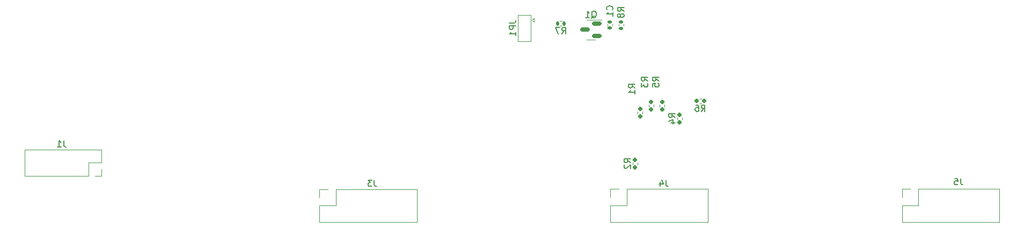
<source format=gbr>
%TF.GenerationSoftware,KiCad,Pcbnew,7.0.1*%
%TF.CreationDate,2023-03-30T15:17:14+02:00*%
%TF.ProjectId,BalancedSurroundOutBus,42616c61-6e63-4656-9453-7572726f756e,rev?*%
%TF.SameCoordinates,Original*%
%TF.FileFunction,Legend,Bot*%
%TF.FilePolarity,Positive*%
%FSLAX46Y46*%
G04 Gerber Fmt 4.6, Leading zero omitted, Abs format (unit mm)*
G04 Created by KiCad (PCBNEW 7.0.1) date 2023-03-30 15:17:14*
%MOMM*%
%LPD*%
G01*
G04 APERTURE LIST*
G04 Aperture macros list*
%AMRoundRect*
0 Rectangle with rounded corners*
0 $1 Rounding radius*
0 $2 $3 $4 $5 $6 $7 $8 $9 X,Y pos of 4 corners*
0 Add a 4 corners polygon primitive as box body*
4,1,4,$2,$3,$4,$5,$6,$7,$8,$9,$2,$3,0*
0 Add four circle primitives for the rounded corners*
1,1,$1+$1,$2,$3*
1,1,$1+$1,$4,$5*
1,1,$1+$1,$6,$7*
1,1,$1+$1,$8,$9*
0 Add four rect primitives between the rounded corners*
20,1,$1+$1,$2,$3,$4,$5,0*
20,1,$1+$1,$4,$5,$6,$7,0*
20,1,$1+$1,$6,$7,$8,$9,0*
20,1,$1+$1,$8,$9,$2,$3,0*%
G04 Aperture macros list end*
%ADD10C,0.150000*%
%ADD11C,0.120000*%
%ADD12R,1.700000X1.700000*%
%ADD13O,1.700000X1.700000*%
%ADD14R,1.600000X1.600000*%
%ADD15C,1.600000*%
%ADD16C,4.000000*%
%ADD17RoundRect,0.160000X-0.160000X0.197500X-0.160000X-0.197500X0.160000X-0.197500X0.160000X0.197500X0*%
%ADD18R,1.350000X1.350000*%
%ADD19O,1.350000X1.350000*%
%ADD20R,1.500000X1.000000*%
%ADD21RoundRect,0.150000X0.587500X0.150000X-0.587500X0.150000X-0.587500X-0.150000X0.587500X-0.150000X0*%
%ADD22RoundRect,0.135000X-0.185000X0.135000X-0.185000X-0.135000X0.185000X-0.135000X0.185000X0.135000X0*%
%ADD23RoundRect,0.135000X-0.135000X-0.185000X0.135000X-0.185000X0.135000X0.185000X-0.135000X0.185000X0*%
%ADD24RoundRect,0.140000X0.170000X-0.140000X0.170000X0.140000X-0.170000X0.140000X-0.170000X-0.140000X0*%
%ADD25RoundRect,0.160000X-0.197500X-0.160000X0.197500X-0.160000X0.197500X0.160000X-0.197500X0.160000X0*%
G04 APERTURE END LIST*
D10*
%TO.C,J3*%
X145083333Y-128712619D02*
X145083333Y-129426904D01*
X145083333Y-129426904D02*
X145130952Y-129569761D01*
X145130952Y-129569761D02*
X145226190Y-129665000D01*
X145226190Y-129665000D02*
X145369047Y-129712619D01*
X145369047Y-129712619D02*
X145464285Y-129712619D01*
X144702380Y-128712619D02*
X144083333Y-128712619D01*
X144083333Y-128712619D02*
X144416666Y-129093571D01*
X144416666Y-129093571D02*
X144273809Y-129093571D01*
X144273809Y-129093571D02*
X144178571Y-129141190D01*
X144178571Y-129141190D02*
X144130952Y-129188809D01*
X144130952Y-129188809D02*
X144083333Y-129284047D01*
X144083333Y-129284047D02*
X144083333Y-129522142D01*
X144083333Y-129522142D02*
X144130952Y-129617380D01*
X144130952Y-129617380D02*
X144178571Y-129665000D01*
X144178571Y-129665000D02*
X144273809Y-129712619D01*
X144273809Y-129712619D02*
X144559523Y-129712619D01*
X144559523Y-129712619D02*
X144654761Y-129665000D01*
X144654761Y-129665000D02*
X144702380Y-129617380D01*
%TO.C,J5*%
X237583333Y-128462619D02*
X237583333Y-129176904D01*
X237583333Y-129176904D02*
X237630952Y-129319761D01*
X237630952Y-129319761D02*
X237726190Y-129415000D01*
X237726190Y-129415000D02*
X237869047Y-129462619D01*
X237869047Y-129462619D02*
X237964285Y-129462619D01*
X236630952Y-128462619D02*
X237107142Y-128462619D01*
X237107142Y-128462619D02*
X237154761Y-128938809D01*
X237154761Y-128938809D02*
X237107142Y-128891190D01*
X237107142Y-128891190D02*
X237011904Y-128843571D01*
X237011904Y-128843571D02*
X236773809Y-128843571D01*
X236773809Y-128843571D02*
X236678571Y-128891190D01*
X236678571Y-128891190D02*
X236630952Y-128938809D01*
X236630952Y-128938809D02*
X236583333Y-129034047D01*
X236583333Y-129034047D02*
X236583333Y-129272142D01*
X236583333Y-129272142D02*
X236630952Y-129367380D01*
X236630952Y-129367380D02*
X236678571Y-129415000D01*
X236678571Y-129415000D02*
X236773809Y-129462619D01*
X236773809Y-129462619D02*
X237011904Y-129462619D01*
X237011904Y-129462619D02*
X237107142Y-129415000D01*
X237107142Y-129415000D02*
X237154761Y-129367380D01*
%TO.C,R4*%
X192542619Y-118833333D02*
X192066428Y-118500000D01*
X192542619Y-118261905D02*
X191542619Y-118261905D01*
X191542619Y-118261905D02*
X191542619Y-118642857D01*
X191542619Y-118642857D02*
X191590238Y-118738095D01*
X191590238Y-118738095D02*
X191637857Y-118785714D01*
X191637857Y-118785714D02*
X191733095Y-118833333D01*
X191733095Y-118833333D02*
X191875952Y-118833333D01*
X191875952Y-118833333D02*
X191971190Y-118785714D01*
X191971190Y-118785714D02*
X192018809Y-118738095D01*
X192018809Y-118738095D02*
X192066428Y-118642857D01*
X192066428Y-118642857D02*
X192066428Y-118261905D01*
X191875952Y-119690476D02*
X192542619Y-119690476D01*
X191495000Y-119452381D02*
X192209285Y-119214286D01*
X192209285Y-119214286D02*
X192209285Y-119833333D01*
%TO.C,R5*%
X189962619Y-113083333D02*
X189486428Y-112750000D01*
X189962619Y-112511905D02*
X188962619Y-112511905D01*
X188962619Y-112511905D02*
X188962619Y-112892857D01*
X188962619Y-112892857D02*
X189010238Y-112988095D01*
X189010238Y-112988095D02*
X189057857Y-113035714D01*
X189057857Y-113035714D02*
X189153095Y-113083333D01*
X189153095Y-113083333D02*
X189295952Y-113083333D01*
X189295952Y-113083333D02*
X189391190Y-113035714D01*
X189391190Y-113035714D02*
X189438809Y-112988095D01*
X189438809Y-112988095D02*
X189486428Y-112892857D01*
X189486428Y-112892857D02*
X189486428Y-112511905D01*
X188962619Y-113988095D02*
X188962619Y-113511905D01*
X188962619Y-113511905D02*
X189438809Y-113464286D01*
X189438809Y-113464286D02*
X189391190Y-113511905D01*
X189391190Y-113511905D02*
X189343571Y-113607143D01*
X189343571Y-113607143D02*
X189343571Y-113845238D01*
X189343571Y-113845238D02*
X189391190Y-113940476D01*
X189391190Y-113940476D02*
X189438809Y-113988095D01*
X189438809Y-113988095D02*
X189534047Y-114035714D01*
X189534047Y-114035714D02*
X189772142Y-114035714D01*
X189772142Y-114035714D02*
X189867380Y-113988095D01*
X189867380Y-113988095D02*
X189915000Y-113940476D01*
X189915000Y-113940476D02*
X189962619Y-113845238D01*
X189962619Y-113845238D02*
X189962619Y-113607143D01*
X189962619Y-113607143D02*
X189915000Y-113511905D01*
X189915000Y-113511905D02*
X189867380Y-113464286D01*
%TO.C,R2*%
X185492619Y-125933333D02*
X185016428Y-125600000D01*
X185492619Y-125361905D02*
X184492619Y-125361905D01*
X184492619Y-125361905D02*
X184492619Y-125742857D01*
X184492619Y-125742857D02*
X184540238Y-125838095D01*
X184540238Y-125838095D02*
X184587857Y-125885714D01*
X184587857Y-125885714D02*
X184683095Y-125933333D01*
X184683095Y-125933333D02*
X184825952Y-125933333D01*
X184825952Y-125933333D02*
X184921190Y-125885714D01*
X184921190Y-125885714D02*
X184968809Y-125838095D01*
X184968809Y-125838095D02*
X185016428Y-125742857D01*
X185016428Y-125742857D02*
X185016428Y-125361905D01*
X184587857Y-126314286D02*
X184540238Y-126361905D01*
X184540238Y-126361905D02*
X184492619Y-126457143D01*
X184492619Y-126457143D02*
X184492619Y-126695238D01*
X184492619Y-126695238D02*
X184540238Y-126790476D01*
X184540238Y-126790476D02*
X184587857Y-126838095D01*
X184587857Y-126838095D02*
X184683095Y-126885714D01*
X184683095Y-126885714D02*
X184778333Y-126885714D01*
X184778333Y-126885714D02*
X184921190Y-126838095D01*
X184921190Y-126838095D02*
X185492619Y-126266667D01*
X185492619Y-126266667D02*
X185492619Y-126885714D01*
%TO.C,J1*%
X96083333Y-122462619D02*
X96083333Y-123176904D01*
X96083333Y-123176904D02*
X96130952Y-123319761D01*
X96130952Y-123319761D02*
X96226190Y-123415000D01*
X96226190Y-123415000D02*
X96369047Y-123462619D01*
X96369047Y-123462619D02*
X96464285Y-123462619D01*
X95083333Y-123462619D02*
X95654761Y-123462619D01*
X95369047Y-123462619D02*
X95369047Y-122462619D01*
X95369047Y-122462619D02*
X95464285Y-122605476D01*
X95464285Y-122605476D02*
X95559523Y-122700714D01*
X95559523Y-122700714D02*
X95654761Y-122748333D01*
%TO.C,JP1*%
X166412619Y-103916666D02*
X167126904Y-103916666D01*
X167126904Y-103916666D02*
X167269761Y-103869047D01*
X167269761Y-103869047D02*
X167365000Y-103773809D01*
X167365000Y-103773809D02*
X167412619Y-103630952D01*
X167412619Y-103630952D02*
X167412619Y-103535714D01*
X167412619Y-104392857D02*
X166412619Y-104392857D01*
X166412619Y-104392857D02*
X166412619Y-104773809D01*
X166412619Y-104773809D02*
X166460238Y-104869047D01*
X166460238Y-104869047D02*
X166507857Y-104916666D01*
X166507857Y-104916666D02*
X166603095Y-104964285D01*
X166603095Y-104964285D02*
X166745952Y-104964285D01*
X166745952Y-104964285D02*
X166841190Y-104916666D01*
X166841190Y-104916666D02*
X166888809Y-104869047D01*
X166888809Y-104869047D02*
X166936428Y-104773809D01*
X166936428Y-104773809D02*
X166936428Y-104392857D01*
X167412619Y-105916666D02*
X167412619Y-105345238D01*
X167412619Y-105630952D02*
X166412619Y-105630952D01*
X166412619Y-105630952D02*
X166555476Y-105535714D01*
X166555476Y-105535714D02*
X166650714Y-105440476D01*
X166650714Y-105440476D02*
X166698333Y-105345238D01*
%TO.C,Q1*%
X179345238Y-103157857D02*
X179440476Y-103110238D01*
X179440476Y-103110238D02*
X179535714Y-103015000D01*
X179535714Y-103015000D02*
X179678571Y-102872142D01*
X179678571Y-102872142D02*
X179773809Y-102824523D01*
X179773809Y-102824523D02*
X179869047Y-102824523D01*
X179821428Y-103062619D02*
X179916666Y-103015000D01*
X179916666Y-103015000D02*
X180011904Y-102919761D01*
X180011904Y-102919761D02*
X180059523Y-102729285D01*
X180059523Y-102729285D02*
X180059523Y-102395952D01*
X180059523Y-102395952D02*
X180011904Y-102205476D01*
X180011904Y-102205476D02*
X179916666Y-102110238D01*
X179916666Y-102110238D02*
X179821428Y-102062619D01*
X179821428Y-102062619D02*
X179630952Y-102062619D01*
X179630952Y-102062619D02*
X179535714Y-102110238D01*
X179535714Y-102110238D02*
X179440476Y-102205476D01*
X179440476Y-102205476D02*
X179392857Y-102395952D01*
X179392857Y-102395952D02*
X179392857Y-102729285D01*
X179392857Y-102729285D02*
X179440476Y-102919761D01*
X179440476Y-102919761D02*
X179535714Y-103015000D01*
X179535714Y-103015000D02*
X179630952Y-103062619D01*
X179630952Y-103062619D02*
X179821428Y-103062619D01*
X178440476Y-103062619D02*
X179011904Y-103062619D01*
X178726190Y-103062619D02*
X178726190Y-102062619D01*
X178726190Y-102062619D02*
X178821428Y-102205476D01*
X178821428Y-102205476D02*
X178916666Y-102300714D01*
X178916666Y-102300714D02*
X179011904Y-102348333D01*
%TO.C,R8*%
X184462619Y-102083333D02*
X183986428Y-101750000D01*
X184462619Y-101511905D02*
X183462619Y-101511905D01*
X183462619Y-101511905D02*
X183462619Y-101892857D01*
X183462619Y-101892857D02*
X183510238Y-101988095D01*
X183510238Y-101988095D02*
X183557857Y-102035714D01*
X183557857Y-102035714D02*
X183653095Y-102083333D01*
X183653095Y-102083333D02*
X183795952Y-102083333D01*
X183795952Y-102083333D02*
X183891190Y-102035714D01*
X183891190Y-102035714D02*
X183938809Y-101988095D01*
X183938809Y-101988095D02*
X183986428Y-101892857D01*
X183986428Y-101892857D02*
X183986428Y-101511905D01*
X183891190Y-102654762D02*
X183843571Y-102559524D01*
X183843571Y-102559524D02*
X183795952Y-102511905D01*
X183795952Y-102511905D02*
X183700714Y-102464286D01*
X183700714Y-102464286D02*
X183653095Y-102464286D01*
X183653095Y-102464286D02*
X183557857Y-102511905D01*
X183557857Y-102511905D02*
X183510238Y-102559524D01*
X183510238Y-102559524D02*
X183462619Y-102654762D01*
X183462619Y-102654762D02*
X183462619Y-102845238D01*
X183462619Y-102845238D02*
X183510238Y-102940476D01*
X183510238Y-102940476D02*
X183557857Y-102988095D01*
X183557857Y-102988095D02*
X183653095Y-103035714D01*
X183653095Y-103035714D02*
X183700714Y-103035714D01*
X183700714Y-103035714D02*
X183795952Y-102988095D01*
X183795952Y-102988095D02*
X183843571Y-102940476D01*
X183843571Y-102940476D02*
X183891190Y-102845238D01*
X183891190Y-102845238D02*
X183891190Y-102654762D01*
X183891190Y-102654762D02*
X183938809Y-102559524D01*
X183938809Y-102559524D02*
X183986428Y-102511905D01*
X183986428Y-102511905D02*
X184081666Y-102464286D01*
X184081666Y-102464286D02*
X184272142Y-102464286D01*
X184272142Y-102464286D02*
X184367380Y-102511905D01*
X184367380Y-102511905D02*
X184415000Y-102559524D01*
X184415000Y-102559524D02*
X184462619Y-102654762D01*
X184462619Y-102654762D02*
X184462619Y-102845238D01*
X184462619Y-102845238D02*
X184415000Y-102940476D01*
X184415000Y-102940476D02*
X184367380Y-102988095D01*
X184367380Y-102988095D02*
X184272142Y-103035714D01*
X184272142Y-103035714D02*
X184081666Y-103035714D01*
X184081666Y-103035714D02*
X183986428Y-102988095D01*
X183986428Y-102988095D02*
X183938809Y-102940476D01*
X183938809Y-102940476D02*
X183891190Y-102845238D01*
%TO.C,R3*%
X188212619Y-113083333D02*
X187736428Y-112750000D01*
X188212619Y-112511905D02*
X187212619Y-112511905D01*
X187212619Y-112511905D02*
X187212619Y-112892857D01*
X187212619Y-112892857D02*
X187260238Y-112988095D01*
X187260238Y-112988095D02*
X187307857Y-113035714D01*
X187307857Y-113035714D02*
X187403095Y-113083333D01*
X187403095Y-113083333D02*
X187545952Y-113083333D01*
X187545952Y-113083333D02*
X187641190Y-113035714D01*
X187641190Y-113035714D02*
X187688809Y-112988095D01*
X187688809Y-112988095D02*
X187736428Y-112892857D01*
X187736428Y-112892857D02*
X187736428Y-112511905D01*
X187212619Y-113416667D02*
X187212619Y-114035714D01*
X187212619Y-114035714D02*
X187593571Y-113702381D01*
X187593571Y-113702381D02*
X187593571Y-113845238D01*
X187593571Y-113845238D02*
X187641190Y-113940476D01*
X187641190Y-113940476D02*
X187688809Y-113988095D01*
X187688809Y-113988095D02*
X187784047Y-114035714D01*
X187784047Y-114035714D02*
X188022142Y-114035714D01*
X188022142Y-114035714D02*
X188117380Y-113988095D01*
X188117380Y-113988095D02*
X188165000Y-113940476D01*
X188165000Y-113940476D02*
X188212619Y-113845238D01*
X188212619Y-113845238D02*
X188212619Y-113559524D01*
X188212619Y-113559524D02*
X188165000Y-113464286D01*
X188165000Y-113464286D02*
X188117380Y-113416667D01*
%TO.C,R1*%
X186212619Y-114183333D02*
X185736428Y-113850000D01*
X186212619Y-113611905D02*
X185212619Y-113611905D01*
X185212619Y-113611905D02*
X185212619Y-113992857D01*
X185212619Y-113992857D02*
X185260238Y-114088095D01*
X185260238Y-114088095D02*
X185307857Y-114135714D01*
X185307857Y-114135714D02*
X185403095Y-114183333D01*
X185403095Y-114183333D02*
X185545952Y-114183333D01*
X185545952Y-114183333D02*
X185641190Y-114135714D01*
X185641190Y-114135714D02*
X185688809Y-114088095D01*
X185688809Y-114088095D02*
X185736428Y-113992857D01*
X185736428Y-113992857D02*
X185736428Y-113611905D01*
X186212619Y-115135714D02*
X186212619Y-114564286D01*
X186212619Y-114850000D02*
X185212619Y-114850000D01*
X185212619Y-114850000D02*
X185355476Y-114754762D01*
X185355476Y-114754762D02*
X185450714Y-114659524D01*
X185450714Y-114659524D02*
X185498333Y-114564286D01*
%TO.C,J4*%
X191083333Y-128712619D02*
X191083333Y-129426904D01*
X191083333Y-129426904D02*
X191130952Y-129569761D01*
X191130952Y-129569761D02*
X191226190Y-129665000D01*
X191226190Y-129665000D02*
X191369047Y-129712619D01*
X191369047Y-129712619D02*
X191464285Y-129712619D01*
X190178571Y-129045952D02*
X190178571Y-129712619D01*
X190416666Y-128665000D02*
X190654761Y-129379285D01*
X190654761Y-129379285D02*
X190035714Y-129379285D01*
%TO.C,R7*%
X174666666Y-105632619D02*
X174999999Y-105156428D01*
X175238094Y-105632619D02*
X175238094Y-104632619D01*
X175238094Y-104632619D02*
X174857142Y-104632619D01*
X174857142Y-104632619D02*
X174761904Y-104680238D01*
X174761904Y-104680238D02*
X174714285Y-104727857D01*
X174714285Y-104727857D02*
X174666666Y-104823095D01*
X174666666Y-104823095D02*
X174666666Y-104965952D01*
X174666666Y-104965952D02*
X174714285Y-105061190D01*
X174714285Y-105061190D02*
X174761904Y-105108809D01*
X174761904Y-105108809D02*
X174857142Y-105156428D01*
X174857142Y-105156428D02*
X175238094Y-105156428D01*
X174333332Y-104632619D02*
X173666666Y-104632619D01*
X173666666Y-104632619D02*
X174095237Y-105632619D01*
%TO.C,C1*%
X182617380Y-101853333D02*
X182665000Y-101805714D01*
X182665000Y-101805714D02*
X182712619Y-101662857D01*
X182712619Y-101662857D02*
X182712619Y-101567619D01*
X182712619Y-101567619D02*
X182665000Y-101424762D01*
X182665000Y-101424762D02*
X182569761Y-101329524D01*
X182569761Y-101329524D02*
X182474523Y-101281905D01*
X182474523Y-101281905D02*
X182284047Y-101234286D01*
X182284047Y-101234286D02*
X182141190Y-101234286D01*
X182141190Y-101234286D02*
X181950714Y-101281905D01*
X181950714Y-101281905D02*
X181855476Y-101329524D01*
X181855476Y-101329524D02*
X181760238Y-101424762D01*
X181760238Y-101424762D02*
X181712619Y-101567619D01*
X181712619Y-101567619D02*
X181712619Y-101662857D01*
X181712619Y-101662857D02*
X181760238Y-101805714D01*
X181760238Y-101805714D02*
X181807857Y-101853333D01*
X182712619Y-102805714D02*
X182712619Y-102234286D01*
X182712619Y-102520000D02*
X181712619Y-102520000D01*
X181712619Y-102520000D02*
X181855476Y-102424762D01*
X181855476Y-102424762D02*
X181950714Y-102329524D01*
X181950714Y-102329524D02*
X181998333Y-102234286D01*
%TO.C,R6*%
X196666666Y-117882619D02*
X196999999Y-117406428D01*
X197238094Y-117882619D02*
X197238094Y-116882619D01*
X197238094Y-116882619D02*
X196857142Y-116882619D01*
X196857142Y-116882619D02*
X196761904Y-116930238D01*
X196761904Y-116930238D02*
X196714285Y-116977857D01*
X196714285Y-116977857D02*
X196666666Y-117073095D01*
X196666666Y-117073095D02*
X196666666Y-117215952D01*
X196666666Y-117215952D02*
X196714285Y-117311190D01*
X196714285Y-117311190D02*
X196761904Y-117358809D01*
X196761904Y-117358809D02*
X196857142Y-117406428D01*
X196857142Y-117406428D02*
X197238094Y-117406428D01*
X195809523Y-116882619D02*
X195999999Y-116882619D01*
X195999999Y-116882619D02*
X196095237Y-116930238D01*
X196095237Y-116930238D02*
X196142856Y-116977857D01*
X196142856Y-116977857D02*
X196238094Y-117120714D01*
X196238094Y-117120714D02*
X196285713Y-117311190D01*
X196285713Y-117311190D02*
X196285713Y-117692142D01*
X196285713Y-117692142D02*
X196238094Y-117787380D01*
X196238094Y-117787380D02*
X196190475Y-117835000D01*
X196190475Y-117835000D02*
X196095237Y-117882619D01*
X196095237Y-117882619D02*
X195904761Y-117882619D01*
X195904761Y-117882619D02*
X195809523Y-117835000D01*
X195809523Y-117835000D02*
X195761904Y-117787380D01*
X195761904Y-117787380D02*
X195714285Y-117692142D01*
X195714285Y-117692142D02*
X195714285Y-117454047D01*
X195714285Y-117454047D02*
X195761904Y-117358809D01*
X195761904Y-117358809D02*
X195809523Y-117311190D01*
X195809523Y-117311190D02*
X195904761Y-117263571D01*
X195904761Y-117263571D02*
X196095237Y-117263571D01*
X196095237Y-117263571D02*
X196190475Y-117311190D01*
X196190475Y-117311190D02*
X196238094Y-117358809D01*
X196238094Y-117358809D02*
X196285713Y-117454047D01*
D11*
%TO.C,J3*%
X151780000Y-130170000D02*
X151780000Y-135370000D01*
X139020000Y-130170000D02*
X151780000Y-130170000D01*
X139020000Y-130170000D02*
X139020000Y-132770000D01*
X137750000Y-130170000D02*
X136420000Y-130170000D01*
X136420000Y-130170000D02*
X136420000Y-131500000D01*
X139020000Y-132770000D02*
X136420000Y-132770000D01*
X136420000Y-132770000D02*
X136420000Y-135370000D01*
X136420000Y-135370000D02*
X151780000Y-135370000D01*
%TO.C,J5*%
X243680000Y-130145000D02*
X243680000Y-135345000D01*
X230920000Y-130145000D02*
X243680000Y-130145000D01*
X230920000Y-130145000D02*
X230920000Y-132745000D01*
X229650000Y-130145000D02*
X228320000Y-130145000D01*
X228320000Y-130145000D02*
X228320000Y-131475000D01*
X230920000Y-132745000D02*
X228320000Y-132745000D01*
X228320000Y-132745000D02*
X228320000Y-135345000D01*
X228320000Y-135345000D02*
X243680000Y-135345000D01*
%TO.C,R4*%
X193630000Y-118832379D02*
X193630000Y-119167621D01*
X192870000Y-118832379D02*
X192870000Y-119167621D01*
%TO.C,R5*%
X190880000Y-116832379D02*
X190880000Y-117167621D01*
X190120000Y-116832379D02*
X190120000Y-117167621D01*
%TO.C,R2*%
X186580000Y-125932379D02*
X186580000Y-126267621D01*
X185820000Y-125932379D02*
X185820000Y-126267621D01*
%TO.C,J1*%
X89940000Y-128060000D02*
X89940000Y-123940000D01*
X100000000Y-128060000D02*
X89940000Y-128060000D01*
X100000000Y-128060000D02*
X100000000Y-126000000D01*
X101000000Y-128060000D02*
X102060000Y-128060000D01*
X102060000Y-128060000D02*
X102060000Y-127000000D01*
X100000000Y-126000000D02*
X102060000Y-126000000D01*
X102060000Y-126000000D02*
X102060000Y-123940000D01*
X102060000Y-123940000D02*
X89940000Y-123940000D01*
%TO.C,JP1*%
X169750000Y-102700000D02*
X167750000Y-102700000D01*
X167750000Y-102700000D02*
X167750000Y-106800000D01*
X170250000Y-103150000D02*
X170250000Y-103750000D01*
X169950000Y-103450000D02*
X170250000Y-103150000D01*
X169950000Y-103450000D02*
X170250000Y-103750000D01*
X169750000Y-106800000D02*
X169750000Y-102700000D01*
X167750000Y-106800000D02*
X169750000Y-106800000D01*
%TO.C,Q1*%
X179250000Y-106560000D02*
X179900000Y-106560000D01*
X179250000Y-106560000D02*
X178600000Y-106560000D01*
X179250000Y-103440000D02*
X180925000Y-103440000D01*
X179250000Y-103440000D02*
X178600000Y-103440000D01*
%TO.C,R8*%
X184380000Y-104096359D02*
X184380000Y-104403641D01*
X183620000Y-104096359D02*
X183620000Y-104403641D01*
%TO.C,R3*%
X189130000Y-116832379D02*
X189130000Y-117167621D01*
X188370000Y-116832379D02*
X188370000Y-117167621D01*
%TO.C,R1*%
X187380000Y-117932379D02*
X187380000Y-118267621D01*
X186620000Y-117932379D02*
X186620000Y-118267621D01*
%TO.C,J4*%
X197680000Y-130145000D02*
X197680000Y-135345000D01*
X184920000Y-130145000D02*
X197680000Y-130145000D01*
X184920000Y-130145000D02*
X184920000Y-132745000D01*
X183650000Y-130145000D02*
X182320000Y-130145000D01*
X182320000Y-130145000D02*
X182320000Y-131475000D01*
X184920000Y-132745000D02*
X182320000Y-132745000D01*
X182320000Y-132745000D02*
X182320000Y-135345000D01*
X182320000Y-135345000D02*
X197680000Y-135345000D01*
%TO.C,R7*%
X174346359Y-103620000D02*
X174653641Y-103620000D01*
X174346359Y-104380000D02*
X174653641Y-104380000D01*
%TO.C,C1*%
X181890000Y-104357836D02*
X181890000Y-104142164D01*
X182610000Y-104357836D02*
X182610000Y-104142164D01*
%TO.C,R6*%
X196332379Y-115870000D02*
X196667621Y-115870000D01*
X196332379Y-116630000D02*
X196667621Y-116630000D01*
%TD*%
%LPC*%
D12*
%TO.C,ON1*%
X123000000Y-103475000D03*
D13*
X123000000Y-106015000D03*
%TD*%
D14*
%TO.C,J2*%
X107750000Y-87000000D03*
D15*
X110250000Y-87000000D03*
X110250000Y-85000000D03*
X107750000Y-85000000D03*
D16*
X103000000Y-82140000D03*
X115000000Y-82140000D03*
%TD*%
D12*
%TO.C,GND1*%
X200225000Y-119750000D03*
D13*
X202765000Y-119750000D03*
%TD*%
D12*
%TO.C,PWR1*%
X107725000Y-93500000D03*
D13*
X110265000Y-93500000D03*
%TD*%
D12*
%TO.C,J3*%
X137750000Y-131500000D03*
D13*
X137750000Y-134040000D03*
X140290000Y-131500000D03*
X140290000Y-134040000D03*
X142830000Y-131500000D03*
X142830000Y-134040000D03*
X145370000Y-131500000D03*
X145370000Y-134040000D03*
X147910000Y-131500000D03*
X147910000Y-134040000D03*
X150450000Y-131500000D03*
X150450000Y-134040000D03*
%TD*%
D12*
%TO.C,J5*%
X229650000Y-131475000D03*
D13*
X229650000Y-134015000D03*
X232190000Y-131475000D03*
X232190000Y-134015000D03*
X234730000Y-131475000D03*
X234730000Y-134015000D03*
X237270000Y-131475000D03*
X237270000Y-134015000D03*
X239810000Y-131475000D03*
X239810000Y-134015000D03*
X242350000Y-131475000D03*
X242350000Y-134015000D03*
%TD*%
D17*
%TO.C,R4*%
X193250000Y-118402500D03*
X193250000Y-119597500D03*
%TD*%
%TO.C,R5*%
X190500000Y-116402500D03*
X190500000Y-117597500D03*
%TD*%
%TO.C,R2*%
X186200000Y-125502500D03*
X186200000Y-126697500D03*
%TD*%
D18*
%TO.C,J1*%
X101000000Y-127000000D03*
D19*
X101000000Y-125000000D03*
X99000000Y-127000000D03*
X99000000Y-125000000D03*
X97000000Y-127000000D03*
X97000000Y-125000000D03*
X95000000Y-127000000D03*
X95000000Y-125000000D03*
X93000000Y-127000000D03*
X93000000Y-125000000D03*
X91000000Y-127000000D03*
X91000000Y-125000000D03*
%TD*%
D20*
%TO.C,JP1*%
X168750000Y-103450000D03*
X168750000Y-104750000D03*
X168750000Y-106050000D03*
%TD*%
D21*
%TO.C,Q1*%
X180187500Y-104050000D03*
X180187500Y-105950000D03*
X178312500Y-105000000D03*
%TD*%
D22*
%TO.C,R8*%
X184000000Y-103740000D03*
X184000000Y-104760000D03*
%TD*%
D17*
%TO.C,R3*%
X188750000Y-116402500D03*
X188750000Y-117597500D03*
%TD*%
%TO.C,R1*%
X187000000Y-117502500D03*
X187000000Y-118697500D03*
%TD*%
D12*
%TO.C,J4*%
X183650000Y-131475000D03*
D13*
X183650000Y-134015000D03*
X186190000Y-131475000D03*
X186190000Y-134015000D03*
X188730000Y-131475000D03*
X188730000Y-134015000D03*
X191270000Y-131475000D03*
X191270000Y-134015000D03*
X193810000Y-131475000D03*
X193810000Y-134015000D03*
X196350000Y-131475000D03*
X196350000Y-134015000D03*
%TD*%
D23*
%TO.C,R7*%
X173990000Y-104000000D03*
X175010000Y-104000000D03*
%TD*%
D24*
%TO.C,C1*%
X182250000Y-104730000D03*
X182250000Y-103770000D03*
%TD*%
D25*
%TO.C,R6*%
X195902500Y-116250000D03*
X197097500Y-116250000D03*
%TD*%
M02*

</source>
